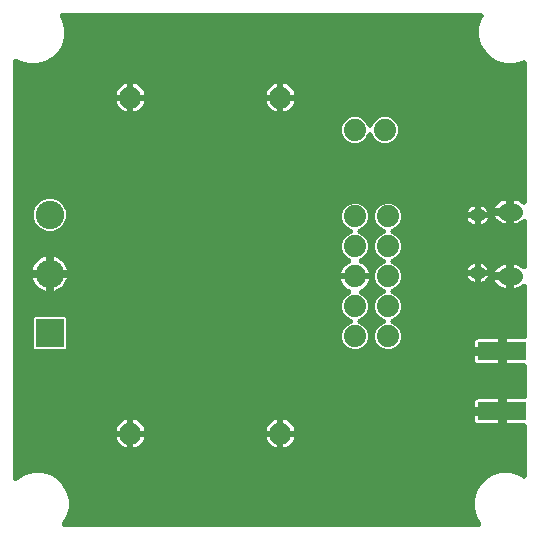
<source format=gbr>
G04 EAGLE Gerber RS-274X export*
G75*
%MOMM*%
%FSLAX34Y34*%
%LPD*%
%INBottom Copper*%
%IPPOS*%
%AMOC8*
5,1,8,0,0,1.08239X$1,22.5*%
G01*
%ADD10R,2.413000X2.413000*%
%ADD11C,2.413000*%
%ADD12C,1.879600*%
%ADD13C,1.400000*%
%ADD14C,1.000000*%
%ADD15R,4.064000X1.524000*%
%ADD16C,1.500000*%

G36*
X404916Y10925D02*
X404916Y10925D01*
X404939Y10923D01*
X405140Y10945D01*
X405342Y10963D01*
X405364Y10969D01*
X405387Y10971D01*
X405581Y11028D01*
X405776Y11081D01*
X405797Y11091D01*
X405819Y11098D01*
X406001Y11188D01*
X406183Y11275D01*
X406201Y11288D01*
X406222Y11298D01*
X406384Y11419D01*
X406549Y11537D01*
X406565Y11553D01*
X406583Y11567D01*
X406721Y11714D01*
X406863Y11859D01*
X406876Y11879D01*
X406892Y11895D01*
X407002Y12065D01*
X407115Y12232D01*
X407124Y12254D01*
X407137Y12273D01*
X407215Y12459D01*
X407297Y12644D01*
X407303Y12667D01*
X407312Y12688D01*
X407356Y12885D01*
X407404Y13082D01*
X407405Y13105D01*
X407410Y13127D01*
X407419Y13329D01*
X407431Y13531D01*
X407429Y13554D01*
X407430Y13577D01*
X407403Y13777D01*
X407379Y13978D01*
X407373Y14000D01*
X407370Y14023D01*
X407308Y14215D01*
X407249Y14409D01*
X407239Y14430D01*
X407232Y14452D01*
X407092Y14732D01*
X403729Y20558D01*
X401954Y27179D01*
X401954Y34035D01*
X403729Y40656D01*
X407156Y46593D01*
X412004Y51441D01*
X417941Y54868D01*
X424562Y56643D01*
X431418Y56643D01*
X438039Y54868D01*
X442468Y52311D01*
X442489Y52302D01*
X442508Y52289D01*
X442694Y52207D01*
X442877Y52122D01*
X442899Y52116D01*
X442920Y52106D01*
X443117Y52058D01*
X443312Y52007D01*
X443335Y52005D01*
X443358Y52000D01*
X443559Y51987D01*
X443761Y51971D01*
X443784Y51973D01*
X443807Y51972D01*
X444008Y51996D01*
X444209Y52015D01*
X444231Y52021D01*
X444254Y52024D01*
X444449Y52083D01*
X444642Y52138D01*
X444663Y52148D01*
X444685Y52154D01*
X444865Y52246D01*
X445047Y52335D01*
X445066Y52348D01*
X445087Y52359D01*
X445247Y52481D01*
X445411Y52600D01*
X445427Y52617D01*
X445445Y52631D01*
X445583Y52780D01*
X445722Y52926D01*
X445735Y52945D01*
X445751Y52962D01*
X445859Y53133D01*
X445971Y53301D01*
X445980Y53322D01*
X445992Y53342D01*
X446069Y53528D01*
X446149Y53714D01*
X446155Y53737D01*
X446163Y53758D01*
X446206Y53956D01*
X446252Y54153D01*
X446253Y54176D01*
X446258Y54198D01*
X446277Y54510D01*
X446277Y96266D01*
X446274Y96301D01*
X446276Y96335D01*
X446254Y96524D01*
X446237Y96715D01*
X446228Y96748D01*
X446224Y96782D01*
X446169Y96965D01*
X446119Y97149D01*
X446104Y97180D01*
X446094Y97213D01*
X446007Y97384D01*
X445925Y97556D01*
X445905Y97584D01*
X445890Y97615D01*
X445774Y97767D01*
X445663Y97922D01*
X445638Y97946D01*
X445618Y97973D01*
X445478Y98102D01*
X445341Y98236D01*
X445312Y98255D01*
X445286Y98279D01*
X445125Y98381D01*
X444968Y98488D01*
X444936Y98502D01*
X444907Y98520D01*
X444730Y98593D01*
X444556Y98670D01*
X444522Y98678D01*
X444490Y98691D01*
X444303Y98731D01*
X444118Y98777D01*
X444084Y98779D01*
X444050Y98786D01*
X443738Y98805D01*
X429005Y98805D01*
X429005Y107696D01*
X429002Y107730D01*
X429004Y107765D01*
X428982Y107954D01*
X428965Y108144D01*
X428956Y108178D01*
X428952Y108212D01*
X428897Y108395D01*
X428847Y108579D01*
X428832Y108610D01*
X428822Y108643D01*
X428735Y108814D01*
X428662Y108968D01*
X428688Y109007D01*
X428702Y109038D01*
X428720Y109068D01*
X428793Y109244D01*
X428870Y109418D01*
X428878Y109452D01*
X428891Y109484D01*
X428931Y109671D01*
X428977Y109856D01*
X428979Y109890D01*
X428986Y109924D01*
X429005Y110236D01*
X429005Y119127D01*
X443738Y119127D01*
X443772Y119130D01*
X443807Y119128D01*
X443997Y119150D01*
X444187Y119167D01*
X444220Y119176D01*
X444254Y119180D01*
X444438Y119235D01*
X444621Y119285D01*
X444652Y119300D01*
X444685Y119310D01*
X444856Y119397D01*
X445028Y119479D01*
X445056Y119499D01*
X445087Y119514D01*
X445238Y119629D01*
X445394Y119741D01*
X445418Y119766D01*
X445445Y119786D01*
X445575Y119927D01*
X445708Y120063D01*
X445727Y120092D01*
X445751Y120118D01*
X445853Y120279D01*
X445960Y120436D01*
X445974Y120468D01*
X445992Y120497D01*
X446065Y120674D01*
X446142Y120848D01*
X446150Y120882D01*
X446163Y120914D01*
X446203Y121101D01*
X446249Y121286D01*
X446251Y121320D01*
X446258Y121354D01*
X446277Y121666D01*
X446277Y147066D01*
X446274Y147101D01*
X446276Y147135D01*
X446254Y147324D01*
X446237Y147515D01*
X446228Y147548D01*
X446224Y147582D01*
X446169Y147765D01*
X446119Y147949D01*
X446104Y147980D01*
X446094Y148013D01*
X446007Y148184D01*
X445925Y148356D01*
X445905Y148384D01*
X445890Y148415D01*
X445774Y148567D01*
X445663Y148722D01*
X445638Y148746D01*
X445618Y148773D01*
X445478Y148902D01*
X445341Y149036D01*
X445312Y149055D01*
X445286Y149079D01*
X445125Y149181D01*
X444968Y149288D01*
X444936Y149302D01*
X444907Y149320D01*
X444730Y149393D01*
X444556Y149470D01*
X444522Y149478D01*
X444490Y149491D01*
X444303Y149531D01*
X444118Y149577D01*
X444084Y149579D01*
X444050Y149586D01*
X443738Y149605D01*
X429005Y149605D01*
X429005Y158496D01*
X429002Y158530D01*
X429004Y158565D01*
X428982Y158754D01*
X428965Y158944D01*
X428956Y158978D01*
X428952Y159012D01*
X428897Y159195D01*
X428847Y159379D01*
X428832Y159410D01*
X428822Y159443D01*
X428735Y159614D01*
X428662Y159768D01*
X428688Y159807D01*
X428702Y159838D01*
X428720Y159868D01*
X428793Y160044D01*
X428870Y160218D01*
X428878Y160252D01*
X428891Y160284D01*
X428931Y160471D01*
X428977Y160656D01*
X428979Y160690D01*
X428986Y160724D01*
X429005Y161036D01*
X429005Y169927D01*
X443738Y169927D01*
X443772Y169930D01*
X443807Y169928D01*
X443997Y169950D01*
X444187Y169967D01*
X444220Y169976D01*
X444254Y169980D01*
X444438Y170035D01*
X444621Y170085D01*
X444652Y170100D01*
X444685Y170110D01*
X444856Y170197D01*
X445028Y170279D01*
X445056Y170299D01*
X445087Y170314D01*
X445238Y170429D01*
X445394Y170541D01*
X445418Y170566D01*
X445445Y170586D01*
X445575Y170727D01*
X445708Y170863D01*
X445727Y170892D01*
X445751Y170918D01*
X445853Y171079D01*
X445960Y171236D01*
X445974Y171268D01*
X445992Y171297D01*
X446065Y171474D01*
X446142Y171648D01*
X446150Y171682D01*
X446163Y171714D01*
X446203Y171901D01*
X446249Y172086D01*
X446251Y172120D01*
X446258Y172154D01*
X446277Y172466D01*
X446277Y214575D01*
X446266Y214705D01*
X446264Y214835D01*
X446246Y214928D01*
X446237Y215023D01*
X446203Y215149D01*
X446178Y215277D01*
X446144Y215366D01*
X446119Y215458D01*
X446063Y215575D01*
X446016Y215697D01*
X445966Y215778D01*
X445925Y215864D01*
X445850Y215970D01*
X445782Y216081D01*
X445719Y216153D01*
X445663Y216231D01*
X445570Y216321D01*
X445484Y216419D01*
X445409Y216478D01*
X445341Y216545D01*
X445233Y216617D01*
X445131Y216698D01*
X445047Y216743D01*
X444968Y216797D01*
X444849Y216849D01*
X444734Y216911D01*
X444643Y216940D01*
X444556Y216979D01*
X444429Y217010D01*
X444306Y217050D01*
X444211Y217063D01*
X444118Y217086D01*
X443989Y217094D01*
X443860Y217111D01*
X443764Y217107D01*
X443669Y217113D01*
X443540Y217098D01*
X443410Y217093D01*
X443317Y217072D01*
X443222Y217061D01*
X443097Y217024D01*
X442970Y216995D01*
X442882Y216959D01*
X442791Y216931D01*
X442675Y216872D01*
X442555Y216822D01*
X442475Y216770D01*
X442389Y216727D01*
X442286Y216648D01*
X442177Y216577D01*
X442079Y216491D01*
X442031Y216455D01*
X442000Y216422D01*
X441942Y216370D01*
X441552Y215980D01*
X440337Y215097D01*
X438999Y214415D01*
X437570Y213951D01*
X436087Y213716D01*
X435335Y213716D01*
X435335Y222297D01*
X435332Y222331D01*
X435335Y222366D01*
X435312Y222555D01*
X435296Y222745D01*
X435286Y222779D01*
X435282Y222813D01*
X435227Y222995D01*
X435177Y223179D01*
X435162Y223211D01*
X435152Y223244D01*
X435141Y223266D01*
X435200Y223399D01*
X435208Y223433D01*
X435222Y223465D01*
X435262Y223652D01*
X435307Y223837D01*
X435309Y223871D01*
X435316Y223905D01*
X435335Y224217D01*
X435335Y232798D01*
X436087Y232798D01*
X437570Y232563D01*
X438999Y232099D01*
X440337Y231417D01*
X441552Y230534D01*
X441942Y230143D01*
X442042Y230060D01*
X442135Y229969D01*
X442215Y229915D01*
X442288Y229854D01*
X442401Y229790D01*
X442508Y229717D01*
X442596Y229678D01*
X442679Y229631D01*
X442801Y229587D01*
X442920Y229535D01*
X443013Y229512D01*
X443103Y229480D01*
X443231Y229459D01*
X443358Y229428D01*
X443453Y229422D01*
X443547Y229407D01*
X443677Y229408D01*
X443807Y229400D01*
X443902Y229411D01*
X443997Y229413D01*
X444125Y229437D01*
X444254Y229452D01*
X444346Y229480D01*
X444440Y229498D01*
X444561Y229545D01*
X444685Y229583D01*
X444770Y229626D01*
X444860Y229660D01*
X444971Y229728D01*
X445087Y229787D01*
X445163Y229845D01*
X445244Y229894D01*
X445342Y229980D01*
X445445Y230059D01*
X445510Y230129D01*
X445582Y230193D01*
X445662Y230295D01*
X445751Y230390D01*
X445802Y230471D01*
X445861Y230546D01*
X445922Y230660D01*
X445992Y230770D01*
X446029Y230858D01*
X446074Y230943D01*
X446114Y231066D01*
X446163Y231187D01*
X446183Y231280D01*
X446213Y231371D01*
X446231Y231500D01*
X446258Y231627D01*
X446266Y231757D01*
X446274Y231817D01*
X446273Y231861D01*
X446277Y231939D01*
X446277Y269175D01*
X446266Y269305D01*
X446264Y269435D01*
X446246Y269528D01*
X446237Y269623D01*
X446203Y269749D01*
X446178Y269877D01*
X446144Y269966D01*
X446119Y270058D01*
X446063Y270175D01*
X446016Y270297D01*
X445966Y270378D01*
X445925Y270464D01*
X445850Y270570D01*
X445782Y270681D01*
X445719Y270753D01*
X445663Y270831D01*
X445570Y270921D01*
X445484Y271019D01*
X445409Y271078D01*
X445341Y271145D01*
X445233Y271217D01*
X445131Y271298D01*
X445047Y271343D01*
X444968Y271397D01*
X444849Y271449D01*
X444734Y271511D01*
X444643Y271540D01*
X444556Y271579D01*
X444429Y271610D01*
X444306Y271650D01*
X444211Y271663D01*
X444118Y271686D01*
X443989Y271694D01*
X443860Y271711D01*
X443764Y271707D01*
X443669Y271713D01*
X443540Y271698D01*
X443410Y271693D01*
X443317Y271672D01*
X443222Y271661D01*
X443097Y271624D01*
X442970Y271595D01*
X442882Y271559D01*
X442791Y271531D01*
X442675Y271472D01*
X442555Y271422D01*
X442475Y271370D01*
X442389Y271327D01*
X442286Y271248D01*
X442177Y271177D01*
X442079Y271091D01*
X442031Y271055D01*
X442000Y271022D01*
X441942Y270970D01*
X441552Y270580D01*
X440337Y269697D01*
X438999Y269015D01*
X437570Y268551D01*
X436087Y268316D01*
X435335Y268316D01*
X435335Y276897D01*
X435332Y276931D01*
X435335Y276966D01*
X435312Y277155D01*
X435296Y277345D01*
X435286Y277379D01*
X435282Y277413D01*
X435227Y277596D01*
X435177Y277779D01*
X435162Y277811D01*
X435152Y277844D01*
X435141Y277866D01*
X435200Y277999D01*
X435208Y278033D01*
X435222Y278065D01*
X435262Y278252D01*
X435307Y278437D01*
X435309Y278471D01*
X435316Y278505D01*
X435335Y278817D01*
X435335Y287398D01*
X436087Y287398D01*
X437570Y287163D01*
X438999Y286699D01*
X440337Y286017D01*
X441552Y285134D01*
X441942Y284743D01*
X442042Y284660D01*
X442135Y284569D01*
X442215Y284515D01*
X442288Y284454D01*
X442401Y284390D01*
X442508Y284317D01*
X442596Y284278D01*
X442679Y284231D01*
X442801Y284187D01*
X442920Y284135D01*
X443013Y284112D01*
X443103Y284080D01*
X443231Y284059D01*
X443358Y284028D01*
X443453Y284022D01*
X443547Y284007D01*
X443677Y284008D01*
X443807Y284000D01*
X443902Y284011D01*
X443997Y284013D01*
X444125Y284037D01*
X444254Y284052D01*
X444346Y284080D01*
X444440Y284098D01*
X444561Y284145D01*
X444685Y284183D01*
X444770Y284226D01*
X444860Y284260D01*
X444971Y284328D01*
X445087Y284387D01*
X445163Y284445D01*
X445244Y284494D01*
X445342Y284580D01*
X445445Y284659D01*
X445510Y284729D01*
X445582Y284793D01*
X445662Y284895D01*
X445751Y284990D01*
X445802Y285071D01*
X445861Y285146D01*
X445922Y285260D01*
X445992Y285370D01*
X446029Y285458D01*
X446074Y285543D01*
X446114Y285666D01*
X446163Y285787D01*
X446183Y285880D01*
X446213Y285971D01*
X446231Y286100D01*
X446258Y286227D01*
X446266Y286357D01*
X446274Y286417D01*
X446273Y286461D01*
X446277Y286539D01*
X446277Y403592D01*
X446275Y403615D01*
X446277Y403638D01*
X446255Y403839D01*
X446237Y404040D01*
X446231Y404062D01*
X446229Y404085D01*
X446172Y404280D01*
X446119Y404474D01*
X446109Y404495D01*
X446102Y404518D01*
X446012Y404699D01*
X445925Y404881D01*
X445912Y404900D01*
X445902Y404921D01*
X445781Y405083D01*
X445663Y405247D01*
X445647Y405263D01*
X445633Y405282D01*
X445485Y405420D01*
X445341Y405561D01*
X445321Y405574D01*
X445305Y405590D01*
X445135Y405700D01*
X444968Y405813D01*
X444946Y405823D01*
X444927Y405835D01*
X444741Y405913D01*
X444556Y405996D01*
X444533Y406001D01*
X444512Y406010D01*
X444315Y406054D01*
X444118Y406102D01*
X444095Y406104D01*
X444073Y406109D01*
X443871Y406117D01*
X443669Y406130D01*
X443646Y406127D01*
X443623Y406128D01*
X443423Y406101D01*
X443222Y406078D01*
X443199Y406071D01*
X443177Y406068D01*
X442985Y406006D01*
X442791Y405948D01*
X442770Y405937D01*
X442748Y405930D01*
X442468Y405791D01*
X441976Y405507D01*
X435355Y403732D01*
X428499Y403732D01*
X421878Y405507D01*
X415941Y408934D01*
X411093Y413782D01*
X407666Y419719D01*
X405891Y426340D01*
X405891Y433196D01*
X407666Y439817D01*
X409196Y442468D01*
X409206Y442489D01*
X409219Y442508D01*
X409301Y442694D01*
X409386Y442877D01*
X409392Y442899D01*
X409401Y442920D01*
X409449Y443117D01*
X409500Y443312D01*
X409502Y443335D01*
X409508Y443358D01*
X409520Y443559D01*
X409536Y443761D01*
X409534Y443784D01*
X409535Y443807D01*
X409512Y444008D01*
X409492Y444209D01*
X409486Y444231D01*
X409483Y444254D01*
X409424Y444449D01*
X409370Y444642D01*
X409360Y444663D01*
X409353Y444685D01*
X409261Y444866D01*
X409173Y445047D01*
X409159Y445066D01*
X409149Y445087D01*
X409027Y445247D01*
X408907Y445411D01*
X408891Y445427D01*
X408877Y445445D01*
X408728Y445582D01*
X408582Y445722D01*
X408562Y445735D01*
X408546Y445751D01*
X408375Y445859D01*
X408206Y445971D01*
X408185Y445980D01*
X408166Y445992D01*
X407978Y446069D01*
X407793Y446149D01*
X407771Y446155D01*
X407749Y446163D01*
X407551Y446206D01*
X407355Y446252D01*
X407332Y446253D01*
X407309Y446258D01*
X406997Y446277D01*
X52977Y446277D01*
X52954Y446275D01*
X52931Y446277D01*
X52730Y446255D01*
X52529Y446237D01*
X52506Y446231D01*
X52483Y446229D01*
X52289Y446172D01*
X52094Y446119D01*
X52074Y446109D01*
X52051Y446102D01*
X51870Y446012D01*
X51688Y445925D01*
X51669Y445912D01*
X51648Y445902D01*
X51486Y445781D01*
X51322Y445663D01*
X51305Y445647D01*
X51287Y445633D01*
X51149Y445486D01*
X51008Y445341D01*
X50995Y445321D01*
X50979Y445305D01*
X50869Y445136D01*
X50756Y444968D01*
X50746Y444946D01*
X50734Y444927D01*
X50655Y444741D01*
X50573Y444556D01*
X50568Y444533D01*
X50559Y444512D01*
X50514Y444315D01*
X50467Y444118D01*
X50465Y444095D01*
X50460Y444073D01*
X50451Y443871D01*
X50439Y443669D01*
X50442Y443646D01*
X50441Y443623D01*
X50468Y443423D01*
X50491Y443222D01*
X50498Y443200D01*
X50501Y443177D01*
X50563Y442985D01*
X50621Y442791D01*
X50632Y442770D01*
X50639Y442748D01*
X50778Y442468D01*
X52455Y439563D01*
X54230Y432942D01*
X54230Y426086D01*
X52455Y419465D01*
X49028Y413528D01*
X44180Y408680D01*
X38243Y405253D01*
X31622Y403478D01*
X24766Y403478D01*
X18145Y405253D01*
X14732Y407223D01*
X14711Y407233D01*
X14692Y407246D01*
X14506Y407328D01*
X14323Y407413D01*
X14301Y407419D01*
X14280Y407428D01*
X14083Y407476D01*
X13888Y407527D01*
X13865Y407529D01*
X13842Y407535D01*
X13641Y407547D01*
X13439Y407563D01*
X13416Y407561D01*
X13393Y407562D01*
X13192Y407539D01*
X12991Y407519D01*
X12969Y407513D01*
X12946Y407510D01*
X12751Y407452D01*
X12558Y407397D01*
X12537Y407387D01*
X12515Y407380D01*
X12335Y407288D01*
X12153Y407200D01*
X12134Y407186D01*
X12113Y407176D01*
X11953Y407054D01*
X11789Y406934D01*
X11773Y406918D01*
X11755Y406904D01*
X11617Y406755D01*
X11478Y406609D01*
X11465Y406590D01*
X11449Y406572D01*
X11341Y406402D01*
X11229Y406233D01*
X11220Y406212D01*
X11208Y406193D01*
X11131Y406006D01*
X11051Y405820D01*
X11045Y405797D01*
X11037Y405776D01*
X10994Y405578D01*
X10948Y405382D01*
X10947Y405359D01*
X10942Y405336D01*
X10923Y405024D01*
X10923Y52603D01*
X10934Y52473D01*
X10936Y52344D01*
X10954Y52250D01*
X10963Y52155D01*
X10997Y52029D01*
X11022Y51901D01*
X11056Y51812D01*
X11081Y51720D01*
X11137Y51603D01*
X11184Y51481D01*
X11234Y51400D01*
X11275Y51314D01*
X11350Y51208D01*
X11418Y51097D01*
X11481Y51025D01*
X11537Y50947D01*
X11630Y50857D01*
X11716Y50759D01*
X11791Y50700D01*
X11859Y50633D01*
X11967Y50561D01*
X12069Y50480D01*
X12153Y50435D01*
X12232Y50381D01*
X12351Y50329D01*
X12466Y50267D01*
X12557Y50238D01*
X12644Y50199D01*
X12771Y50168D01*
X12894Y50128D01*
X12989Y50115D01*
X13082Y50092D01*
X13211Y50084D01*
X13340Y50067D01*
X13436Y50071D01*
X13531Y50065D01*
X13660Y50080D01*
X13790Y50085D01*
X13883Y50106D01*
X13978Y50117D01*
X14103Y50155D01*
X14230Y50183D01*
X14318Y50219D01*
X14409Y50247D01*
X14525Y50306D01*
X14645Y50356D01*
X14725Y50408D01*
X14811Y50452D01*
X14914Y50530D01*
X15023Y50601D01*
X15121Y50687D01*
X15169Y50724D01*
X15200Y50756D01*
X15258Y50808D01*
X16018Y51568D01*
X21955Y54995D01*
X28576Y56770D01*
X35432Y56770D01*
X42053Y54995D01*
X47990Y51568D01*
X52838Y46720D01*
X56265Y40783D01*
X58040Y34162D01*
X58040Y27306D01*
X56265Y20685D01*
X52828Y14732D01*
X52819Y14711D01*
X52806Y14692D01*
X52724Y14507D01*
X52639Y14323D01*
X52633Y14301D01*
X52624Y14280D01*
X52576Y14083D01*
X52524Y13888D01*
X52522Y13865D01*
X52517Y13842D01*
X52504Y13641D01*
X52488Y13439D01*
X52491Y13416D01*
X52489Y13393D01*
X52513Y13192D01*
X52532Y12991D01*
X52539Y12969D01*
X52541Y12946D01*
X52600Y12751D01*
X52655Y12558D01*
X52665Y12537D01*
X52672Y12515D01*
X52763Y12335D01*
X52852Y12153D01*
X52866Y12134D01*
X52876Y12113D01*
X52998Y11953D01*
X53117Y11789D01*
X53134Y11773D01*
X53148Y11755D01*
X53297Y11617D01*
X53443Y11478D01*
X53462Y11465D01*
X53479Y11449D01*
X53650Y11341D01*
X53818Y11229D01*
X53839Y11220D01*
X53859Y11208D01*
X54046Y11131D01*
X54232Y11051D01*
X54254Y11045D01*
X54275Y11037D01*
X54473Y10994D01*
X54670Y10948D01*
X54693Y10947D01*
X54716Y10942D01*
X55028Y10923D01*
X404893Y10923D01*
X404916Y10925D01*
G37*
%LPC*%
G36*
X326503Y161416D02*
X326503Y161416D01*
X322489Y163079D01*
X319416Y166152D01*
X317753Y170166D01*
X317753Y174512D01*
X319416Y178526D01*
X322489Y181599D01*
X325130Y182693D01*
X325246Y182753D01*
X325365Y182805D01*
X325445Y182857D01*
X325529Y182902D01*
X325632Y182981D01*
X325741Y183053D01*
X325810Y183119D01*
X325885Y183177D01*
X325973Y183274D01*
X326067Y183364D01*
X326123Y183441D01*
X326187Y183512D01*
X326256Y183622D01*
X326333Y183727D01*
X326375Y183813D01*
X326425Y183894D01*
X326473Y184015D01*
X326530Y184131D01*
X326556Y184223D01*
X326592Y184312D01*
X326618Y184440D01*
X326653Y184565D01*
X326663Y184660D01*
X326682Y184753D01*
X326685Y184883D01*
X326698Y185013D01*
X326690Y185108D01*
X326693Y185203D01*
X326673Y185332D01*
X326663Y185462D01*
X326638Y185554D01*
X326624Y185648D01*
X326581Y185771D01*
X326549Y185897D01*
X326508Y185984D01*
X326477Y186074D01*
X326414Y186188D01*
X326359Y186306D01*
X326305Y186384D01*
X326258Y186467D01*
X326176Y186568D01*
X326101Y186675D01*
X326033Y186742D01*
X325973Y186816D01*
X325874Y186900D01*
X325782Y186992D01*
X325703Y187046D01*
X325630Y187108D01*
X325518Y187174D01*
X325411Y187248D01*
X325294Y187305D01*
X325242Y187336D01*
X325200Y187351D01*
X325130Y187385D01*
X322489Y188479D01*
X319416Y191552D01*
X317753Y195566D01*
X317753Y199912D01*
X319416Y203926D01*
X322489Y206999D01*
X325130Y208093D01*
X325246Y208153D01*
X325365Y208205D01*
X325445Y208257D01*
X325529Y208302D01*
X325632Y208381D01*
X325741Y208453D01*
X325810Y208519D01*
X325885Y208577D01*
X325973Y208674D01*
X326067Y208764D01*
X326123Y208841D01*
X326187Y208912D01*
X326256Y209022D01*
X326333Y209127D01*
X326375Y209213D01*
X326425Y209294D01*
X326473Y209415D01*
X326530Y209531D01*
X326556Y209623D01*
X326592Y209712D01*
X326618Y209840D01*
X326653Y209965D01*
X326663Y210060D01*
X326682Y210153D01*
X326685Y210283D01*
X326698Y210413D01*
X326690Y210508D01*
X326693Y210603D01*
X326673Y210732D01*
X326663Y210862D01*
X326638Y210954D01*
X326624Y211048D01*
X326581Y211171D01*
X326549Y211297D01*
X326508Y211384D01*
X326477Y211474D01*
X326414Y211588D01*
X326359Y211706D01*
X326305Y211784D01*
X326258Y211867D01*
X326176Y211968D01*
X326101Y212075D01*
X326033Y212142D01*
X325973Y212216D01*
X325874Y212300D01*
X325782Y212392D01*
X325703Y212446D01*
X325630Y212508D01*
X325518Y212574D01*
X325411Y212648D01*
X325294Y212705D01*
X325242Y212736D01*
X325200Y212751D01*
X325130Y212785D01*
X322489Y213879D01*
X319416Y216952D01*
X317753Y220966D01*
X317753Y225312D01*
X319416Y229326D01*
X322489Y232399D01*
X325130Y233493D01*
X325246Y233553D01*
X325365Y233605D01*
X325445Y233657D01*
X325529Y233702D01*
X325632Y233781D01*
X325741Y233853D01*
X325810Y233919D01*
X325885Y233977D01*
X325973Y234074D01*
X326067Y234164D01*
X326123Y234241D01*
X326187Y234312D01*
X326256Y234422D01*
X326333Y234527D01*
X326375Y234613D01*
X326425Y234694D01*
X326473Y234815D01*
X326530Y234931D01*
X326556Y235023D01*
X326592Y235112D01*
X326618Y235240D01*
X326653Y235365D01*
X326663Y235460D01*
X326682Y235553D01*
X326685Y235683D01*
X326698Y235813D01*
X326690Y235908D01*
X326693Y236003D01*
X326673Y236132D01*
X326663Y236262D01*
X326638Y236354D01*
X326624Y236448D01*
X326581Y236571D01*
X326549Y236697D01*
X326508Y236784D01*
X326477Y236874D01*
X326414Y236988D01*
X326359Y237106D01*
X326305Y237184D01*
X326258Y237267D01*
X326176Y237368D01*
X326101Y237475D01*
X326033Y237542D01*
X325973Y237616D01*
X325874Y237700D01*
X325782Y237792D01*
X325703Y237846D01*
X325630Y237908D01*
X325518Y237974D01*
X325411Y238048D01*
X325294Y238105D01*
X325242Y238136D01*
X325200Y238151D01*
X325130Y238185D01*
X322489Y239279D01*
X319416Y242352D01*
X317753Y246366D01*
X317753Y250712D01*
X319416Y254726D01*
X322489Y257799D01*
X325130Y258893D01*
X325246Y258953D01*
X325365Y259005D01*
X325445Y259057D01*
X325529Y259102D01*
X325632Y259181D01*
X325741Y259253D01*
X325810Y259319D01*
X325885Y259377D01*
X325973Y259474D01*
X326067Y259564D01*
X326123Y259641D01*
X326187Y259712D01*
X326256Y259822D01*
X326333Y259927D01*
X326375Y260013D01*
X326425Y260094D01*
X326473Y260215D01*
X326530Y260331D01*
X326556Y260423D01*
X326592Y260512D01*
X326618Y260640D01*
X326653Y260765D01*
X326663Y260860D01*
X326682Y260953D01*
X326685Y261083D01*
X326698Y261213D01*
X326690Y261308D01*
X326693Y261403D01*
X326673Y261532D01*
X326663Y261662D01*
X326638Y261754D01*
X326624Y261848D01*
X326581Y261971D01*
X326549Y262097D01*
X326508Y262184D01*
X326477Y262274D01*
X326414Y262388D01*
X326359Y262506D01*
X326305Y262584D01*
X326258Y262667D01*
X326176Y262768D01*
X326101Y262875D01*
X326033Y262942D01*
X325973Y263016D01*
X325874Y263100D01*
X325782Y263192D01*
X325703Y263246D01*
X325630Y263308D01*
X325518Y263374D01*
X325411Y263448D01*
X325294Y263505D01*
X325242Y263536D01*
X325200Y263551D01*
X325130Y263585D01*
X322489Y264679D01*
X319416Y267752D01*
X317753Y271766D01*
X317753Y276112D01*
X319416Y280126D01*
X322489Y283199D01*
X326503Y284862D01*
X330849Y284862D01*
X334863Y283199D01*
X337936Y280126D01*
X339599Y276112D01*
X339599Y271766D01*
X337936Y267752D01*
X334863Y264679D01*
X332222Y263585D01*
X332106Y263525D01*
X331987Y263473D01*
X331907Y263421D01*
X331823Y263376D01*
X331720Y263297D01*
X331611Y263225D01*
X331542Y263159D01*
X331467Y263101D01*
X331379Y263004D01*
X331285Y262915D01*
X331229Y262837D01*
X331165Y262766D01*
X331096Y262656D01*
X331019Y262551D01*
X330977Y262465D01*
X330927Y262384D01*
X330879Y262263D01*
X330822Y262147D01*
X330796Y262055D01*
X330760Y261966D01*
X330734Y261838D01*
X330699Y261713D01*
X330689Y261618D01*
X330670Y261525D01*
X330667Y261395D01*
X330654Y261265D01*
X330662Y261170D01*
X330659Y261075D01*
X330679Y260946D01*
X330689Y260816D01*
X330714Y260724D01*
X330728Y260630D01*
X330771Y260506D01*
X330803Y260381D01*
X330844Y260294D01*
X330875Y260204D01*
X330938Y260090D01*
X330993Y259972D01*
X331047Y259894D01*
X331094Y259811D01*
X331176Y259710D01*
X331251Y259603D01*
X331319Y259536D01*
X331379Y259462D01*
X331478Y259378D01*
X331570Y259286D01*
X331649Y259232D01*
X331722Y259170D01*
X331834Y259104D01*
X331941Y259030D01*
X332058Y258973D01*
X332110Y258942D01*
X332152Y258927D01*
X332222Y258893D01*
X334863Y257799D01*
X337936Y254726D01*
X339599Y250712D01*
X339599Y246366D01*
X337936Y242352D01*
X334863Y239279D01*
X332222Y238185D01*
X332106Y238125D01*
X331987Y238073D01*
X331907Y238021D01*
X331823Y237976D01*
X331720Y237897D01*
X331611Y237825D01*
X331542Y237759D01*
X331467Y237701D01*
X331379Y237604D01*
X331285Y237515D01*
X331229Y237437D01*
X331165Y237366D01*
X331096Y237256D01*
X331019Y237151D01*
X330977Y237065D01*
X330927Y236984D01*
X330879Y236863D01*
X330822Y236747D01*
X330796Y236655D01*
X330760Y236566D01*
X330734Y236438D01*
X330699Y236313D01*
X330689Y236218D01*
X330670Y236125D01*
X330667Y235995D01*
X330654Y235865D01*
X330662Y235770D01*
X330659Y235675D01*
X330679Y235546D01*
X330689Y235416D01*
X330714Y235324D01*
X330728Y235230D01*
X330771Y235106D01*
X330803Y234981D01*
X330844Y234894D01*
X330875Y234804D01*
X330938Y234690D01*
X330993Y234572D01*
X331047Y234494D01*
X331094Y234411D01*
X331176Y234310D01*
X331251Y234203D01*
X331319Y234136D01*
X331379Y234062D01*
X331478Y233978D01*
X331570Y233886D01*
X331649Y233832D01*
X331722Y233770D01*
X331834Y233704D01*
X331941Y233630D01*
X332058Y233573D01*
X332110Y233542D01*
X332152Y233527D01*
X332222Y233493D01*
X334863Y232399D01*
X337936Y229326D01*
X339599Y225312D01*
X339599Y220966D01*
X337936Y216952D01*
X334863Y213879D01*
X332222Y212785D01*
X332106Y212725D01*
X331987Y212673D01*
X331907Y212621D01*
X331823Y212576D01*
X331720Y212497D01*
X331611Y212425D01*
X331542Y212359D01*
X331467Y212301D01*
X331379Y212204D01*
X331285Y212115D01*
X331229Y212037D01*
X331165Y211966D01*
X331096Y211856D01*
X331019Y211751D01*
X330977Y211665D01*
X330927Y211584D01*
X330879Y211463D01*
X330822Y211347D01*
X330796Y211255D01*
X330760Y211166D01*
X330734Y211038D01*
X330699Y210913D01*
X330689Y210818D01*
X330670Y210725D01*
X330667Y210595D01*
X330654Y210465D01*
X330662Y210370D01*
X330659Y210275D01*
X330679Y210146D01*
X330689Y210016D01*
X330714Y209924D01*
X330728Y209830D01*
X330771Y209706D01*
X330803Y209581D01*
X330844Y209494D01*
X330875Y209404D01*
X330938Y209290D01*
X330993Y209172D01*
X331047Y209094D01*
X331094Y209011D01*
X331176Y208910D01*
X331251Y208803D01*
X331319Y208736D01*
X331379Y208662D01*
X331478Y208578D01*
X331570Y208486D01*
X331649Y208432D01*
X331722Y208370D01*
X331834Y208304D01*
X331941Y208230D01*
X332058Y208173D01*
X332110Y208142D01*
X332152Y208127D01*
X332222Y208093D01*
X334863Y206999D01*
X337936Y203926D01*
X339599Y199912D01*
X339599Y195566D01*
X337936Y191552D01*
X334863Y188479D01*
X332222Y187385D01*
X332106Y187325D01*
X331987Y187273D01*
X331907Y187221D01*
X331823Y187176D01*
X331720Y187097D01*
X331611Y187025D01*
X331542Y186959D01*
X331467Y186901D01*
X331379Y186804D01*
X331285Y186715D01*
X331229Y186637D01*
X331165Y186566D01*
X331096Y186456D01*
X331019Y186351D01*
X330977Y186265D01*
X330927Y186184D01*
X330879Y186063D01*
X330822Y185947D01*
X330796Y185855D01*
X330760Y185766D01*
X330734Y185638D01*
X330699Y185513D01*
X330689Y185418D01*
X330670Y185325D01*
X330667Y185195D01*
X330654Y185065D01*
X330662Y184970D01*
X330659Y184875D01*
X330679Y184746D01*
X330689Y184616D01*
X330714Y184524D01*
X330728Y184430D01*
X330771Y184306D01*
X330803Y184181D01*
X330844Y184094D01*
X330875Y184004D01*
X330938Y183890D01*
X330993Y183772D01*
X331047Y183694D01*
X331094Y183611D01*
X331176Y183510D01*
X331251Y183403D01*
X331319Y183336D01*
X331379Y183262D01*
X331478Y183178D01*
X331570Y183086D01*
X331649Y183032D01*
X331722Y182970D01*
X331834Y182904D01*
X331941Y182830D01*
X332058Y182773D01*
X332110Y182742D01*
X332152Y182727D01*
X332222Y182693D01*
X334863Y181599D01*
X337936Y178526D01*
X339599Y174512D01*
X339599Y170166D01*
X337936Y166152D01*
X334863Y163079D01*
X330849Y161416D01*
X326503Y161416D01*
G37*
%LPD*%
%LPC*%
G36*
X300736Y225678D02*
X300736Y225678D01*
X289051Y225678D01*
X289091Y225935D01*
X289672Y227722D01*
X290525Y229396D01*
X291630Y230917D01*
X292958Y232245D01*
X294479Y233350D01*
X296021Y234136D01*
X296047Y234152D01*
X296075Y234164D01*
X296238Y234272D01*
X296403Y234375D01*
X296425Y234395D01*
X296450Y234412D01*
X296592Y234547D01*
X296736Y234678D01*
X296754Y234702D01*
X296776Y234723D01*
X296891Y234880D01*
X297010Y235035D01*
X297024Y235062D01*
X297042Y235086D01*
X297128Y235261D01*
X297218Y235434D01*
X297227Y235463D01*
X297240Y235491D01*
X297293Y235678D01*
X297351Y235865D01*
X297355Y235895D01*
X297363Y235924D01*
X297382Y236118D01*
X297406Y236311D01*
X297404Y236342D01*
X297408Y236372D01*
X297392Y236566D01*
X297382Y236761D01*
X297375Y236791D01*
X297372Y236821D01*
X297323Y237009D01*
X297278Y237199D01*
X297266Y237227D01*
X297258Y237256D01*
X297177Y237432D01*
X297099Y237612D01*
X297082Y237637D01*
X297069Y237665D01*
X296957Y237825D01*
X296849Y237987D01*
X296828Y238009D01*
X296811Y238034D01*
X296673Y238171D01*
X296537Y238312D01*
X296513Y238330D01*
X296491Y238351D01*
X296332Y238462D01*
X296173Y238577D01*
X296146Y238590D01*
X296121Y238607D01*
X295840Y238744D01*
X294549Y239279D01*
X291476Y242352D01*
X289813Y246366D01*
X289813Y250712D01*
X291476Y254726D01*
X294549Y257799D01*
X297190Y258893D01*
X297306Y258953D01*
X297425Y259005D01*
X297505Y259057D01*
X297589Y259102D01*
X297692Y259181D01*
X297801Y259253D01*
X297870Y259319D01*
X297945Y259377D01*
X298033Y259474D01*
X298127Y259564D01*
X298183Y259641D01*
X298247Y259712D01*
X298316Y259822D01*
X298393Y259927D01*
X298435Y260013D01*
X298485Y260094D01*
X298533Y260215D01*
X298590Y260331D01*
X298616Y260423D01*
X298652Y260512D01*
X298678Y260640D01*
X298713Y260765D01*
X298723Y260860D01*
X298742Y260953D01*
X298745Y261083D01*
X298758Y261213D01*
X298750Y261308D01*
X298753Y261403D01*
X298733Y261532D01*
X298723Y261662D01*
X298698Y261754D01*
X298684Y261848D01*
X298641Y261971D01*
X298609Y262097D01*
X298568Y262184D01*
X298537Y262274D01*
X298474Y262388D01*
X298419Y262506D01*
X298365Y262584D01*
X298318Y262667D01*
X298236Y262768D01*
X298161Y262875D01*
X298093Y262942D01*
X298033Y263016D01*
X297934Y263100D01*
X297842Y263192D01*
X297763Y263246D01*
X297690Y263308D01*
X297578Y263374D01*
X297471Y263448D01*
X297354Y263505D01*
X297302Y263536D01*
X297260Y263551D01*
X297190Y263585D01*
X294549Y264679D01*
X291476Y267752D01*
X289813Y271766D01*
X289813Y276112D01*
X291476Y280126D01*
X294549Y283199D01*
X298563Y284862D01*
X302909Y284862D01*
X306923Y283199D01*
X309996Y280126D01*
X311659Y276112D01*
X311659Y271766D01*
X309996Y267752D01*
X306923Y264679D01*
X304282Y263585D01*
X304166Y263525D01*
X304047Y263473D01*
X303967Y263421D01*
X303883Y263376D01*
X303780Y263297D01*
X303671Y263225D01*
X303602Y263159D01*
X303527Y263101D01*
X303439Y263004D01*
X303345Y262915D01*
X303289Y262837D01*
X303225Y262766D01*
X303156Y262656D01*
X303079Y262551D01*
X303037Y262465D01*
X302987Y262384D01*
X302939Y262263D01*
X302882Y262147D01*
X302856Y262055D01*
X302820Y261966D01*
X302794Y261838D01*
X302759Y261713D01*
X302749Y261618D01*
X302730Y261525D01*
X302727Y261395D01*
X302714Y261265D01*
X302722Y261170D01*
X302719Y261075D01*
X302739Y260946D01*
X302749Y260816D01*
X302774Y260724D01*
X302788Y260630D01*
X302831Y260506D01*
X302863Y260381D01*
X302904Y260294D01*
X302935Y260204D01*
X302998Y260090D01*
X303053Y259972D01*
X303107Y259894D01*
X303154Y259811D01*
X303236Y259710D01*
X303311Y259603D01*
X303379Y259536D01*
X303439Y259462D01*
X303538Y259378D01*
X303630Y259286D01*
X303709Y259232D01*
X303782Y259170D01*
X303894Y259104D01*
X304001Y259030D01*
X304118Y258973D01*
X304170Y258942D01*
X304212Y258927D01*
X304282Y258893D01*
X306923Y257799D01*
X309996Y254726D01*
X311659Y250712D01*
X311659Y246366D01*
X309996Y242352D01*
X306923Y239279D01*
X305632Y238744D01*
X305605Y238730D01*
X305576Y238720D01*
X305405Y238626D01*
X305233Y238536D01*
X305209Y238517D01*
X305182Y238502D01*
X305031Y238379D01*
X304877Y238260D01*
X304856Y238237D01*
X304833Y238218D01*
X304706Y238071D01*
X304575Y237926D01*
X304559Y237900D01*
X304539Y237877D01*
X304440Y237709D01*
X304337Y237543D01*
X304326Y237515D01*
X304311Y237489D01*
X304243Y237306D01*
X304171Y237125D01*
X304165Y237095D01*
X304154Y237067D01*
X304120Y236876D01*
X304080Y236684D01*
X304080Y236654D01*
X304074Y236624D01*
X304074Y236428D01*
X304070Y236234D01*
X304074Y236204D01*
X304074Y236173D01*
X304109Y235981D01*
X304139Y235789D01*
X304148Y235760D01*
X304154Y235730D01*
X304222Y235547D01*
X304285Y235363D01*
X304300Y235337D01*
X304310Y235308D01*
X304409Y235140D01*
X304504Y234970D01*
X304524Y234946D01*
X304539Y234920D01*
X304666Y234772D01*
X304790Y234622D01*
X304813Y234602D01*
X304832Y234579D01*
X304984Y234455D01*
X305132Y234329D01*
X305158Y234314D01*
X305182Y234295D01*
X305451Y234136D01*
X306993Y233350D01*
X308514Y232245D01*
X309842Y230917D01*
X310947Y229396D01*
X311800Y227722D01*
X312381Y225935D01*
X312421Y225678D01*
X300736Y225678D01*
X300736Y225678D01*
G37*
%LPD*%
%LPC*%
G36*
X298563Y161416D02*
X298563Y161416D01*
X294549Y163079D01*
X291476Y166152D01*
X289813Y170166D01*
X289813Y174512D01*
X291476Y178526D01*
X294549Y181599D01*
X297190Y182693D01*
X297306Y182753D01*
X297425Y182805D01*
X297505Y182857D01*
X297589Y182902D01*
X297692Y182981D01*
X297801Y183053D01*
X297870Y183119D01*
X297945Y183177D01*
X298033Y183274D01*
X298127Y183364D01*
X298183Y183441D01*
X298247Y183512D01*
X298316Y183622D01*
X298393Y183727D01*
X298435Y183813D01*
X298485Y183894D01*
X298533Y184015D01*
X298590Y184131D01*
X298616Y184223D01*
X298652Y184312D01*
X298678Y184440D01*
X298713Y184565D01*
X298723Y184660D01*
X298742Y184753D01*
X298745Y184883D01*
X298758Y185013D01*
X298750Y185108D01*
X298753Y185203D01*
X298733Y185332D01*
X298723Y185462D01*
X298698Y185554D01*
X298684Y185648D01*
X298641Y185771D01*
X298609Y185897D01*
X298568Y185984D01*
X298537Y186074D01*
X298474Y186188D01*
X298419Y186306D01*
X298365Y186384D01*
X298318Y186467D01*
X298236Y186568D01*
X298161Y186675D01*
X298093Y186742D01*
X298033Y186816D01*
X297934Y186900D01*
X297842Y186992D01*
X297763Y187046D01*
X297690Y187108D01*
X297578Y187174D01*
X297471Y187248D01*
X297354Y187305D01*
X297302Y187336D01*
X297260Y187351D01*
X297190Y187385D01*
X294549Y188479D01*
X291476Y191552D01*
X289813Y195566D01*
X289813Y199912D01*
X291476Y203926D01*
X294549Y206999D01*
X295840Y207534D01*
X295867Y207548D01*
X295896Y207558D01*
X296067Y207652D01*
X296239Y207742D01*
X296263Y207761D01*
X296290Y207776D01*
X296441Y207899D01*
X296595Y208018D01*
X296616Y208041D01*
X296639Y208060D01*
X296766Y208207D01*
X296897Y208352D01*
X296913Y208378D01*
X296933Y208401D01*
X297032Y208569D01*
X297135Y208735D01*
X297146Y208763D01*
X297161Y208789D01*
X297229Y208971D01*
X297301Y209153D01*
X297307Y209183D01*
X297318Y209211D01*
X297352Y209402D01*
X297392Y209594D01*
X297392Y209624D01*
X297398Y209654D01*
X297398Y209850D01*
X297402Y210044D01*
X297398Y210074D01*
X297398Y210105D01*
X297363Y210297D01*
X297333Y210489D01*
X297324Y210518D01*
X297318Y210548D01*
X297250Y210730D01*
X297187Y210915D01*
X297172Y210941D01*
X297162Y210970D01*
X297063Y211138D01*
X296968Y211308D01*
X296948Y211332D01*
X296933Y211358D01*
X296806Y211506D01*
X296682Y211656D01*
X296659Y211676D01*
X296640Y211699D01*
X296488Y211823D01*
X296340Y211949D01*
X296314Y211964D01*
X296290Y211983D01*
X296021Y212142D01*
X294479Y212928D01*
X292958Y214033D01*
X291630Y215361D01*
X290525Y216882D01*
X289672Y218556D01*
X289091Y220343D01*
X289051Y220600D01*
X300736Y220600D01*
X312421Y220600D01*
X312381Y220343D01*
X311800Y218556D01*
X310947Y216882D01*
X309842Y215361D01*
X308514Y214033D01*
X306993Y212928D01*
X305451Y212142D01*
X305425Y212126D01*
X305397Y212114D01*
X305234Y212006D01*
X305069Y211903D01*
X305047Y211883D01*
X305022Y211866D01*
X304880Y211731D01*
X304736Y211600D01*
X304718Y211576D01*
X304696Y211555D01*
X304581Y211398D01*
X304462Y211243D01*
X304448Y211216D01*
X304430Y211192D01*
X304344Y211017D01*
X304254Y210844D01*
X304245Y210815D01*
X304232Y210787D01*
X304179Y210600D01*
X304121Y210413D01*
X304117Y210383D01*
X304109Y210354D01*
X304090Y210160D01*
X304066Y209967D01*
X304068Y209936D01*
X304064Y209906D01*
X304080Y209711D01*
X304090Y209517D01*
X304097Y209487D01*
X304100Y209457D01*
X304149Y209269D01*
X304194Y209079D01*
X304206Y209051D01*
X304214Y209022D01*
X304295Y208845D01*
X304373Y208666D01*
X304390Y208641D01*
X304403Y208613D01*
X304515Y208453D01*
X304623Y208291D01*
X304644Y208269D01*
X304661Y208244D01*
X304799Y208107D01*
X304935Y207966D01*
X304959Y207948D01*
X304981Y207927D01*
X305140Y207816D01*
X305299Y207701D01*
X305326Y207688D01*
X305351Y207671D01*
X305632Y207534D01*
X306923Y206999D01*
X309996Y203926D01*
X311659Y199912D01*
X311659Y195566D01*
X309996Y191552D01*
X306923Y188479D01*
X304282Y187385D01*
X304166Y187325D01*
X304047Y187273D01*
X303967Y187221D01*
X303883Y187176D01*
X303780Y187097D01*
X303671Y187025D01*
X303602Y186959D01*
X303527Y186901D01*
X303439Y186804D01*
X303345Y186715D01*
X303289Y186637D01*
X303225Y186566D01*
X303156Y186456D01*
X303079Y186351D01*
X303037Y186265D01*
X302987Y186184D01*
X302939Y186063D01*
X302882Y185947D01*
X302856Y185855D01*
X302820Y185766D01*
X302794Y185638D01*
X302759Y185513D01*
X302749Y185418D01*
X302730Y185325D01*
X302727Y185195D01*
X302714Y185065D01*
X302722Y184970D01*
X302719Y184875D01*
X302739Y184746D01*
X302749Y184616D01*
X302774Y184524D01*
X302788Y184430D01*
X302831Y184306D01*
X302863Y184181D01*
X302904Y184094D01*
X302935Y184004D01*
X302998Y183890D01*
X303053Y183772D01*
X303107Y183694D01*
X303154Y183611D01*
X303236Y183510D01*
X303311Y183403D01*
X303379Y183336D01*
X303439Y183262D01*
X303538Y183178D01*
X303630Y183086D01*
X303709Y183032D01*
X303782Y182970D01*
X303894Y182904D01*
X304001Y182830D01*
X304118Y182773D01*
X304170Y182742D01*
X304212Y182727D01*
X304282Y182693D01*
X306923Y181599D01*
X309996Y178526D01*
X311659Y174512D01*
X311659Y170166D01*
X309996Y166152D01*
X306923Y163079D01*
X302909Y161416D01*
X298563Y161416D01*
G37*
%LPD*%
%LPC*%
G36*
X298436Y336295D02*
X298436Y336295D01*
X294422Y337958D01*
X291349Y341031D01*
X289686Y345045D01*
X289686Y349391D01*
X291349Y353405D01*
X294422Y356478D01*
X298436Y358141D01*
X302782Y358141D01*
X306796Y356478D01*
X309869Y353405D01*
X310963Y350764D01*
X311023Y350648D01*
X311075Y350529D01*
X311127Y350449D01*
X311172Y350365D01*
X311251Y350262D01*
X311323Y350153D01*
X311389Y350084D01*
X311447Y350009D01*
X311544Y349921D01*
X311633Y349827D01*
X311711Y349771D01*
X311782Y349707D01*
X311892Y349638D01*
X311997Y349561D01*
X312083Y349519D01*
X312164Y349469D01*
X312285Y349421D01*
X312401Y349364D01*
X312493Y349338D01*
X312582Y349302D01*
X312710Y349276D01*
X312835Y349241D01*
X312930Y349231D01*
X313023Y349212D01*
X313153Y349209D01*
X313283Y349196D01*
X313378Y349204D01*
X313473Y349201D01*
X313602Y349221D01*
X313732Y349231D01*
X313824Y349256D01*
X313918Y349270D01*
X314042Y349313D01*
X314167Y349345D01*
X314254Y349386D01*
X314344Y349417D01*
X314458Y349480D01*
X314576Y349535D01*
X314654Y349589D01*
X314737Y349636D01*
X314838Y349718D01*
X314945Y349793D01*
X315012Y349861D01*
X315086Y349921D01*
X315170Y350020D01*
X315262Y350112D01*
X315316Y350191D01*
X315378Y350264D01*
X315444Y350376D01*
X315518Y350483D01*
X315575Y350600D01*
X315606Y350652D01*
X315621Y350694D01*
X315655Y350764D01*
X316749Y353405D01*
X319822Y356478D01*
X323836Y358141D01*
X328182Y358141D01*
X332196Y356478D01*
X335269Y353405D01*
X336932Y349391D01*
X336932Y345045D01*
X335269Y341031D01*
X332196Y337958D01*
X328182Y336295D01*
X323836Y336295D01*
X319822Y337958D01*
X316749Y341031D01*
X315655Y343672D01*
X315595Y343788D01*
X315543Y343907D01*
X315491Y343987D01*
X315446Y344071D01*
X315367Y344174D01*
X315295Y344283D01*
X315229Y344352D01*
X315171Y344427D01*
X315074Y344515D01*
X314984Y344609D01*
X314907Y344665D01*
X314836Y344729D01*
X314726Y344798D01*
X314621Y344875D01*
X314535Y344917D01*
X314454Y344967D01*
X314333Y345015D01*
X314217Y345072D01*
X314125Y345098D01*
X314036Y345134D01*
X313908Y345160D01*
X313783Y345195D01*
X313688Y345205D01*
X313595Y345224D01*
X313465Y345227D01*
X313335Y345240D01*
X313240Y345232D01*
X313145Y345235D01*
X313016Y345215D01*
X312886Y345205D01*
X312794Y345180D01*
X312700Y345166D01*
X312577Y345123D01*
X312451Y345091D01*
X312364Y345050D01*
X312274Y345019D01*
X312160Y344956D01*
X312042Y344901D01*
X311964Y344847D01*
X311881Y344800D01*
X311780Y344718D01*
X311673Y344643D01*
X311606Y344575D01*
X311532Y344515D01*
X311448Y344416D01*
X311356Y344324D01*
X311302Y344245D01*
X311240Y344172D01*
X311174Y344060D01*
X311100Y343953D01*
X311043Y343836D01*
X311012Y343784D01*
X310997Y343742D01*
X310963Y343672D01*
X309869Y341031D01*
X306796Y337958D01*
X302782Y336295D01*
X298436Y336295D01*
G37*
%LPD*%
%LPC*%
G36*
X29467Y161924D02*
X29467Y161924D01*
X28574Y162817D01*
X28574Y188211D01*
X29467Y189104D01*
X54861Y189104D01*
X55754Y188211D01*
X55754Y162817D01*
X54861Y161924D01*
X29467Y161924D01*
G37*
%LPD*%
%LPC*%
G36*
X39461Y261924D02*
X39461Y261924D01*
X34466Y263993D01*
X30643Y267816D01*
X28574Y272811D01*
X28574Y278217D01*
X30643Y283212D01*
X34466Y287035D01*
X39461Y289104D01*
X44867Y289104D01*
X49862Y287035D01*
X53685Y283212D01*
X55754Y278217D01*
X55754Y272811D01*
X53685Y267816D01*
X49862Y263993D01*
X44867Y261924D01*
X39461Y261924D01*
G37*
%LPD*%
%LPC*%
G36*
X402335Y112775D02*
X402335Y112775D01*
X402335Y116921D01*
X402508Y117567D01*
X402843Y118146D01*
X403316Y118619D01*
X403895Y118954D01*
X404541Y119127D01*
X421387Y119127D01*
X421387Y112775D01*
X402335Y112775D01*
G37*
%LPD*%
%LPC*%
G36*
X402335Y163575D02*
X402335Y163575D01*
X402335Y167721D01*
X402508Y168367D01*
X402843Y168946D01*
X403316Y169419D01*
X403895Y169754D01*
X404541Y169927D01*
X421387Y169927D01*
X421387Y163575D01*
X402335Y163575D01*
G37*
%LPD*%
%LPC*%
G36*
X404541Y98805D02*
X404541Y98805D01*
X403895Y98978D01*
X403316Y99313D01*
X402843Y99786D01*
X402508Y100365D01*
X402335Y101011D01*
X402335Y105157D01*
X421387Y105157D01*
X421387Y98805D01*
X404541Y98805D01*
G37*
%LPD*%
%LPC*%
G36*
X404541Y149605D02*
X404541Y149605D01*
X403895Y149778D01*
X403316Y150113D01*
X402843Y150586D01*
X402508Y151165D01*
X402335Y151811D01*
X402335Y155957D01*
X421387Y155957D01*
X421387Y149605D01*
X404541Y149605D01*
G37*
%LPD*%
%LPC*%
G36*
X45413Y228763D02*
X45413Y228763D01*
X45413Y239764D01*
X46869Y239374D01*
X48638Y238642D01*
X50296Y237684D01*
X51815Y236519D01*
X53169Y235165D01*
X54334Y233646D01*
X55292Y231988D01*
X56024Y230219D01*
X56414Y228763D01*
X45413Y228763D01*
G37*
%LPD*%
%LPC*%
G36*
X45413Y222265D02*
X45413Y222265D01*
X56414Y222265D01*
X56024Y220809D01*
X55292Y219040D01*
X54334Y217382D01*
X53169Y215863D01*
X51815Y214509D01*
X50296Y213344D01*
X48638Y212386D01*
X46869Y211654D01*
X45413Y211264D01*
X45413Y222265D01*
G37*
%LPD*%
%LPC*%
G36*
X27914Y228763D02*
X27914Y228763D01*
X28304Y230219D01*
X29036Y231988D01*
X29994Y233646D01*
X31159Y235165D01*
X32513Y236519D01*
X34032Y237684D01*
X35690Y238642D01*
X37459Y239374D01*
X38915Y239764D01*
X38915Y228763D01*
X27914Y228763D01*
G37*
%LPD*%
%LPC*%
G36*
X37459Y211654D02*
X37459Y211654D01*
X35690Y212386D01*
X34032Y213344D01*
X32513Y214509D01*
X31159Y215863D01*
X29994Y217382D01*
X29036Y219040D01*
X28304Y220809D01*
X27914Y222265D01*
X38915Y222265D01*
X38915Y211264D01*
X37459Y211654D01*
G37*
%LPD*%
%LPC*%
G36*
X113029Y377189D02*
X113029Y377189D01*
X113029Y386335D01*
X113286Y386295D01*
X115073Y385714D01*
X116747Y384861D01*
X118268Y383756D01*
X119596Y382428D01*
X120701Y380907D01*
X121554Y379233D01*
X122135Y377446D01*
X122175Y377189D01*
X113029Y377189D01*
G37*
%LPD*%
%LPC*%
G36*
X240029Y377189D02*
X240029Y377189D01*
X240029Y386335D01*
X240286Y386295D01*
X242073Y385714D01*
X243747Y384861D01*
X245268Y383756D01*
X246596Y382428D01*
X247701Y380907D01*
X248554Y379233D01*
X249135Y377446D01*
X249175Y377189D01*
X240029Y377189D01*
G37*
%LPD*%
%LPC*%
G36*
X113029Y92709D02*
X113029Y92709D01*
X113029Y101855D01*
X113286Y101815D01*
X115073Y101234D01*
X116747Y100381D01*
X118268Y99276D01*
X119596Y97948D01*
X120701Y96427D01*
X121554Y94753D01*
X122135Y92966D01*
X122175Y92709D01*
X113029Y92709D01*
G37*
%LPD*%
%LPC*%
G36*
X240029Y92709D02*
X240029Y92709D01*
X240029Y101855D01*
X240286Y101815D01*
X242073Y101234D01*
X243747Y100381D01*
X245268Y99276D01*
X246596Y97948D01*
X247701Y96427D01*
X248554Y94753D01*
X249135Y92966D01*
X249175Y92709D01*
X240029Y92709D01*
G37*
%LPD*%
%LPC*%
G36*
X113029Y372111D02*
X113029Y372111D01*
X122175Y372111D01*
X122135Y371854D01*
X121554Y370067D01*
X120701Y368393D01*
X119596Y366872D01*
X118268Y365544D01*
X116747Y364439D01*
X115073Y363586D01*
X113286Y363005D01*
X113029Y362965D01*
X113029Y372111D01*
G37*
%LPD*%
%LPC*%
G36*
X240029Y372111D02*
X240029Y372111D01*
X249175Y372111D01*
X249135Y371854D01*
X248554Y370067D01*
X247701Y368393D01*
X246596Y366872D01*
X245268Y365544D01*
X243747Y364439D01*
X242073Y363586D01*
X240286Y363005D01*
X240029Y362965D01*
X240029Y372111D01*
G37*
%LPD*%
%LPC*%
G36*
X98805Y92709D02*
X98805Y92709D01*
X98845Y92966D01*
X99426Y94753D01*
X100279Y96427D01*
X101384Y97948D01*
X102712Y99276D01*
X104233Y100381D01*
X105907Y101234D01*
X107694Y101815D01*
X107951Y101855D01*
X107951Y92709D01*
X98805Y92709D01*
G37*
%LPD*%
%LPC*%
G36*
X98805Y377189D02*
X98805Y377189D01*
X98845Y377446D01*
X99426Y379233D01*
X100279Y380907D01*
X101384Y382428D01*
X102712Y383756D01*
X104233Y384861D01*
X105907Y385714D01*
X107694Y386295D01*
X107951Y386335D01*
X107951Y377189D01*
X98805Y377189D01*
G37*
%LPD*%
%LPC*%
G36*
X225805Y377189D02*
X225805Y377189D01*
X225845Y377446D01*
X226426Y379233D01*
X227279Y380907D01*
X228384Y382428D01*
X229712Y383756D01*
X231233Y384861D01*
X232907Y385714D01*
X234694Y386295D01*
X234951Y386335D01*
X234951Y377189D01*
X225805Y377189D01*
G37*
%LPD*%
%LPC*%
G36*
X225805Y92709D02*
X225805Y92709D01*
X225845Y92966D01*
X226426Y94753D01*
X227279Y96427D01*
X228384Y97948D01*
X229712Y99276D01*
X231233Y100381D01*
X232907Y101234D01*
X234694Y101815D01*
X234951Y101855D01*
X234951Y92709D01*
X225805Y92709D01*
G37*
%LPD*%
%LPC*%
G36*
X240029Y87631D02*
X240029Y87631D01*
X249175Y87631D01*
X249135Y87374D01*
X248554Y85587D01*
X247701Y83913D01*
X246596Y82392D01*
X245268Y81064D01*
X243747Y79959D01*
X242073Y79106D01*
X240286Y78525D01*
X240029Y78485D01*
X240029Y87631D01*
G37*
%LPD*%
%LPC*%
G36*
X113029Y87631D02*
X113029Y87631D01*
X122175Y87631D01*
X122135Y87374D01*
X121554Y85587D01*
X120701Y83913D01*
X119596Y82392D01*
X118268Y81064D01*
X116747Y79959D01*
X115073Y79106D01*
X113286Y78525D01*
X113029Y78485D01*
X113029Y87631D01*
G37*
%LPD*%
%LPC*%
G36*
X107694Y363005D02*
X107694Y363005D01*
X105907Y363586D01*
X104233Y364439D01*
X102712Y365544D01*
X101384Y366872D01*
X100279Y368393D01*
X99426Y370067D01*
X98845Y371854D01*
X98805Y372111D01*
X107951Y372111D01*
X107951Y362965D01*
X107694Y363005D01*
G37*
%LPD*%
%LPC*%
G36*
X234694Y363005D02*
X234694Y363005D01*
X232907Y363586D01*
X231233Y364439D01*
X229712Y365544D01*
X228384Y366872D01*
X227279Y368393D01*
X226426Y370067D01*
X225845Y371854D01*
X225805Y372111D01*
X234951Y372111D01*
X234951Y362965D01*
X234694Y363005D01*
G37*
%LPD*%
%LPC*%
G36*
X234694Y78525D02*
X234694Y78525D01*
X232907Y79106D01*
X231233Y79959D01*
X229712Y81064D01*
X228384Y82392D01*
X227279Y83913D01*
X226426Y85587D01*
X225845Y87374D01*
X225805Y87631D01*
X234951Y87631D01*
X234951Y78485D01*
X234694Y78525D01*
G37*
%LPD*%
%LPC*%
G36*
X107694Y78525D02*
X107694Y78525D01*
X105907Y79106D01*
X104233Y79959D01*
X102712Y81064D01*
X101384Y82392D01*
X100279Y83913D01*
X99426Y85587D01*
X98845Y87374D01*
X98805Y87631D01*
X107951Y87631D01*
X107951Y78485D01*
X107694Y78525D01*
G37*
%LPD*%
%LPC*%
G36*
X419441Y281356D02*
X419441Y281356D01*
X419494Y281519D01*
X420176Y282857D01*
X421059Y284072D01*
X422121Y285134D01*
X423336Y286017D01*
X424674Y286699D01*
X426102Y287163D01*
X427585Y287398D01*
X428337Y287398D01*
X428337Y281356D01*
X419441Y281356D01*
G37*
%LPD*%
%LPC*%
G36*
X419441Y226756D02*
X419441Y226756D01*
X419494Y226919D01*
X420176Y228257D01*
X421059Y229472D01*
X422121Y230534D01*
X423336Y231417D01*
X424674Y232099D01*
X426102Y232563D01*
X427585Y232798D01*
X428337Y232798D01*
X428337Y226756D01*
X419441Y226756D01*
G37*
%LPD*%
%LPC*%
G36*
X427585Y213716D02*
X427585Y213716D01*
X426102Y213951D01*
X424674Y214415D01*
X423336Y215097D01*
X422121Y215980D01*
X421059Y217041D01*
X420176Y218256D01*
X419494Y219594D01*
X419441Y219758D01*
X428337Y219758D01*
X428337Y213716D01*
X427585Y213716D01*
G37*
%LPD*%
%LPC*%
G36*
X427585Y268316D02*
X427585Y268316D01*
X426102Y268551D01*
X424674Y269015D01*
X423336Y269697D01*
X422121Y270580D01*
X421059Y271641D01*
X420176Y272856D01*
X419494Y274194D01*
X419441Y274358D01*
X428337Y274358D01*
X428337Y268316D01*
X427585Y268316D01*
G37*
%LPD*%
%LPC*%
G36*
X407116Y277410D02*
X407116Y277410D01*
X407116Y282353D01*
X408277Y282122D01*
X409649Y281554D01*
X410884Y280728D01*
X411934Y279678D01*
X412760Y278443D01*
X413187Y277410D01*
X407116Y277410D01*
G37*
%LPD*%
%LPC*%
G36*
X407116Y228810D02*
X407116Y228810D01*
X407116Y233753D01*
X408277Y233522D01*
X409649Y232954D01*
X410884Y232128D01*
X411934Y231078D01*
X412760Y229843D01*
X413187Y228810D01*
X407116Y228810D01*
G37*
%LPD*%
%LPC*%
G36*
X395967Y277410D02*
X395967Y277410D01*
X396394Y278443D01*
X397220Y279678D01*
X398270Y280728D01*
X399505Y281554D01*
X400877Y282122D01*
X402038Y282353D01*
X402038Y277410D01*
X395967Y277410D01*
G37*
%LPD*%
%LPC*%
G36*
X395967Y228810D02*
X395967Y228810D01*
X396394Y229843D01*
X397220Y231078D01*
X398270Y232128D01*
X399505Y232954D01*
X400877Y233522D01*
X402038Y233753D01*
X402038Y228810D01*
X395967Y228810D01*
G37*
%LPD*%
%LPC*%
G36*
X407116Y272332D02*
X407116Y272332D01*
X413187Y272332D01*
X412760Y271299D01*
X411934Y270064D01*
X410884Y269014D01*
X409649Y268188D01*
X408277Y267620D01*
X407116Y267389D01*
X407116Y272332D01*
G37*
%LPD*%
%LPC*%
G36*
X407116Y223732D02*
X407116Y223732D01*
X413187Y223732D01*
X412760Y222699D01*
X411934Y221464D01*
X410884Y220414D01*
X409649Y219588D01*
X408277Y219020D01*
X407116Y218789D01*
X407116Y223732D01*
G37*
%LPD*%
%LPC*%
G36*
X400877Y267620D02*
X400877Y267620D01*
X399505Y268188D01*
X398270Y269014D01*
X397220Y270064D01*
X396394Y271299D01*
X395967Y272332D01*
X402038Y272332D01*
X402038Y267389D01*
X400877Y267620D01*
G37*
%LPD*%
%LPC*%
G36*
X400877Y219020D02*
X400877Y219020D01*
X399505Y219588D01*
X398270Y220414D01*
X397220Y221464D01*
X396394Y222699D01*
X395967Y223732D01*
X402038Y223732D01*
X402038Y218789D01*
X400877Y219020D01*
G37*
%LPD*%
D10*
X42164Y175514D03*
D11*
X42164Y225514D03*
X42164Y275514D03*
D12*
X300609Y347218D03*
X326009Y347218D03*
X300736Y273939D03*
X328676Y273939D03*
X300736Y248539D03*
X328676Y248539D03*
X300736Y223139D03*
X328676Y223139D03*
X300736Y197739D03*
X328676Y197739D03*
X300736Y172339D03*
X328676Y172339D03*
D13*
X428336Y277857D02*
X435336Y277857D01*
X435336Y223257D02*
X428336Y223257D01*
D14*
X406077Y226271D02*
X403077Y226271D01*
X403077Y274871D02*
X406077Y274871D01*
D15*
X425196Y108966D03*
X425196Y159766D03*
D12*
X110490Y90170D03*
X237490Y90170D03*
X110490Y374650D03*
X237490Y374650D03*
D16*
X66294Y113284D03*
X106934Y265684D03*
X164084Y273685D03*
X354330Y395605D03*
X147828Y348361D03*
X174244Y166878D03*
X379349Y89408D03*
X372745Y175895D03*
X156464Y233172D03*
X233045Y125349D03*
X383286Y274193D03*
M02*

</source>
